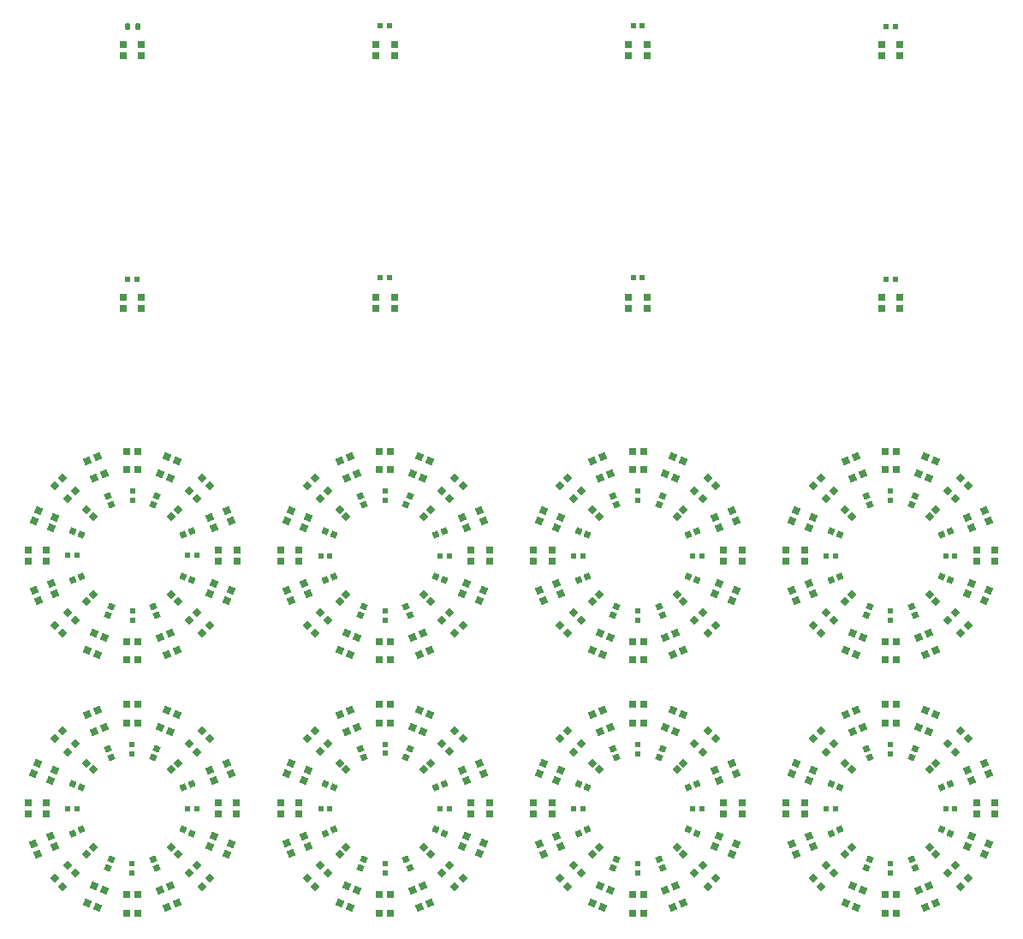
<source format=gbr>
G04 #@! TF.GenerationSoftware,KiCad,Pcbnew,(7.0.0)*
G04 #@! TF.CreationDate,2023-05-19T01:57:06+02:00*
G04 #@! TF.ProjectId,Pad,5061642e-6b69-4636-9164-5f7063625858,rev?*
G04 #@! TF.SameCoordinates,Original*
G04 #@! TF.FileFunction,Paste,Top*
G04 #@! TF.FilePolarity,Positive*
%FSLAX46Y46*%
G04 Gerber Fmt 4.6, Leading zero omitted, Abs format (unit mm)*
G04 Created by KiCad (PCBNEW (7.0.0)) date 2023-05-19 01:57:06*
%MOMM*%
%LPD*%
G01*
G04 APERTURE LIST*
G04 Aperture macros list*
%AMRoundRect*
0 Rectangle with rounded corners*
0 $1 Rounding radius*
0 $2 $3 $4 $5 $6 $7 $8 $9 X,Y pos of 4 corners*
0 Add a 4 corners polygon primitive as box body*
4,1,4,$2,$3,$4,$5,$6,$7,$8,$9,$2,$3,0*
0 Add four circle primitives for the rounded corners*
1,1,$1+$1,$2,$3*
1,1,$1+$1,$4,$5*
1,1,$1+$1,$6,$7*
1,1,$1+$1,$8,$9*
0 Add four rect primitives between the rounded corners*
20,1,$1+$1,$2,$3,$4,$5,0*
20,1,$1+$1,$4,$5,$6,$7,0*
20,1,$1+$1,$6,$7,$8,$9,0*
20,1,$1+$1,$8,$9,$2,$3,0*%
%AMRotRect*
0 Rectangle, with rotation*
0 The origin of the aperture is its center*
0 $1 length*
0 $2 width*
0 $3 Rotation angle, in degrees counterclockwise*
0 Add horizontal line*
21,1,$1,$2,0,0,$3*%
G04 Aperture macros list end*
%ADD10RotRect,0.700000X0.700000X202.500000*%
%ADD11RotRect,0.600000X0.620000X135.000000*%
%ADD12RotRect,0.700000X0.700000X292.500000*%
%ADD13RotRect,0.700000X0.700000X67.500000*%
%ADD14R,0.700000X0.700000*%
%ADD15RotRect,0.700000X0.700000X22.500000*%
%ADD16R,0.620000X0.600000*%
%ADD17R,0.600000X0.620000*%
%ADD18RotRect,0.700000X0.700000X337.500000*%
%ADD19RotRect,0.600000X0.620000X315.000000*%
%ADD20RotRect,0.700000X0.700000X157.500000*%
%ADD21RotRect,0.700000X0.700000X225.000000*%
%ADD22RotRect,0.700000X0.700000X315.000000*%
%ADD23RotRect,0.600000X0.620000X157.500000*%
%ADD24RotRect,0.700000X0.700000X135.000000*%
%ADD25RotRect,0.600000X0.620000X225.000000*%
%ADD26RotRect,0.600000X0.620000X292.500000*%
%ADD27RotRect,0.600000X0.620000X202.500000*%
%ADD28RotRect,0.700000X0.700000X247.500000*%
%ADD29RotRect,0.600000X0.620000X22.500000*%
%ADD30RotRect,0.700000X0.700000X112.500000*%
%ADD31RotRect,0.600000X0.620000X67.500000*%
%ADD32RotRect,0.600000X0.620000X247.500000*%
%ADD33RotRect,0.600000X0.620000X45.000000*%
%ADD34RotRect,0.600000X0.620000X337.500000*%
%ADD35RotRect,0.600000X0.620000X112.500000*%
%ADD36RotRect,0.700000X0.700000X45.000000*%
%ADD37RoundRect,0.140000X-0.140000X-0.170000X0.140000X-0.170000X0.140000X0.170000X-0.140000X0.170000X0*%
G04 APERTURE END LIST*
D10*
X133245112Y-246058756D03*
X132824160Y-245042489D03*
X131133460Y-245742800D03*
X131554412Y-246759067D03*
D11*
X69649649Y-270649649D03*
X68999111Y-269999111D03*
D12*
X145058756Y-239754886D03*
X144042489Y-240175838D03*
X144742800Y-241866538D03*
X145759067Y-241445586D03*
D13*
X94042489Y-258824160D03*
X95058756Y-259245112D03*
X95759067Y-257554412D03*
X94742800Y-257133460D03*
D14*
X88179782Y-248949999D03*
X88179782Y-250049999D03*
X90009782Y-250049999D03*
X90009782Y-248949999D03*
D15*
X88754886Y-277936025D03*
X89175838Y-278952292D03*
X90866538Y-278251981D03*
X90445586Y-277235714D03*
D16*
X73499999Y-269054782D03*
X73499999Y-268134782D03*
D17*
X68054782Y-274499999D03*
X67134782Y-274499999D03*
D18*
X139175838Y-270042489D03*
X138754886Y-271058756D03*
X140445586Y-271759067D03*
X140866538Y-270742800D03*
D19*
X102350349Y-253350349D03*
X103000887Y-254000887D03*
X77363945Y-253341762D03*
X78014483Y-253992300D03*
D14*
X74063595Y-239171195D03*
X72963595Y-239171195D03*
X72963595Y-241001195D03*
X74063595Y-241001195D03*
D16*
X98499999Y-279939999D03*
X98499999Y-280859999D03*
D14*
X74049999Y-264179782D03*
X72949999Y-264179782D03*
X72949999Y-266009782D03*
X74049999Y-266009782D03*
D20*
X82824160Y-278957509D03*
X83245112Y-277941242D03*
X81554412Y-277240931D03*
X81133460Y-278257198D03*
D21*
X156186403Y-242591412D03*
X155408586Y-241813595D03*
X154114581Y-243107600D03*
X154892398Y-243885417D03*
D19*
X152350349Y-253350349D03*
X153000887Y-254000887D03*
D20*
X107824160Y-278952292D03*
X108245112Y-277936025D03*
X106554412Y-277235714D03*
X106133460Y-278251981D03*
D22*
X91591412Y-266808378D03*
X90813595Y-267586195D03*
X92107600Y-268880200D03*
X92885417Y-268102383D03*
D10*
X133245112Y-271058756D03*
X132824160Y-270042489D03*
X131133460Y-270742800D03*
X131554412Y-271759067D03*
D14*
X133820216Y-250049999D03*
X133820216Y-248949999D03*
X131990216Y-248949999D03*
X131990216Y-250049999D03*
D16*
X73499999Y-279945216D03*
X73499999Y-280865216D03*
D15*
X88754886Y-252941242D03*
X89175838Y-253957509D03*
X90866538Y-253257198D03*
X90445586Y-252240931D03*
D22*
X66605008Y-241805008D03*
X65827191Y-242582825D03*
X67121196Y-243876830D03*
X67899013Y-243099013D03*
D23*
X118469275Y-272416204D03*
X117619305Y-272064136D03*
D18*
X64189434Y-245033902D03*
X63768482Y-246050169D03*
X65459182Y-246750480D03*
X65880134Y-245734213D03*
D23*
X68469275Y-272416204D03*
X67619305Y-272064136D03*
D21*
X106186403Y-242591412D03*
X105408586Y-241813595D03*
X104114581Y-243107600D03*
X104892398Y-243885417D03*
D13*
X144042489Y-283824160D03*
X145058756Y-284245112D03*
X145759067Y-282554412D03*
X144742800Y-282133460D03*
D24*
X80422182Y-257177816D03*
X81199999Y-256399999D03*
X79905994Y-255105994D03*
X79128177Y-255883811D03*
D25*
X69649649Y-278350349D03*
X68999111Y-279000887D03*
D16*
X123499999Y-244054782D03*
X123499999Y-243134782D03*
D17*
X103945216Y-249499999D03*
X104865216Y-249499999D03*
D16*
X73513595Y-244046195D03*
X73513595Y-243126195D03*
D26*
X75597390Y-254522136D03*
X75949458Y-255372106D03*
D27*
X68482871Y-251575207D03*
X67632901Y-251927275D03*
D14*
X138179782Y-248949999D03*
X138179782Y-250049999D03*
X140009782Y-250049999D03*
X140009782Y-248949999D03*
D28*
X77957509Y-265175838D03*
X76941242Y-264754886D03*
X76240931Y-266445586D03*
X77257198Y-266866538D03*
D16*
X148499999Y-269054782D03*
X148499999Y-268134782D03*
D29*
X103530723Y-272410987D03*
X104380693Y-272058919D03*
D14*
X158820216Y-275049999D03*
X158820216Y-273949999D03*
X156990216Y-273949999D03*
X156990216Y-275049999D03*
D10*
X83245112Y-271058756D03*
X82824160Y-270042489D03*
X81133460Y-270742800D03*
X81554412Y-271759067D03*
D30*
X101941242Y-259245112D03*
X102957509Y-258824160D03*
X102257198Y-257133460D03*
X101240931Y-257554412D03*
D31*
X100583794Y-269464058D03*
X100935862Y-268614088D03*
D28*
X127957509Y-240175838D03*
X126941242Y-239754886D03*
X126240931Y-241445586D03*
X127257198Y-241866538D03*
D17*
X153945216Y-274499999D03*
X154865216Y-274499999D03*
D28*
X102957509Y-240175838D03*
X101941242Y-239754886D03*
X101240931Y-241445586D03*
X102257198Y-241866538D03*
D32*
X96416204Y-254530723D03*
X96064136Y-255380693D03*
D33*
X77350349Y-270649649D03*
X78000887Y-269999111D03*
D29*
X103530723Y-247416204D03*
X104380693Y-247064136D03*
D34*
X78530723Y-276583794D03*
X79380693Y-276935862D03*
D35*
X71416204Y-269469275D03*
X71064136Y-268619305D03*
X146416204Y-269469275D03*
X146064136Y-268619305D03*
D22*
X66591412Y-266813595D03*
X65813595Y-267591412D03*
X67107600Y-268885417D03*
X67885417Y-268107600D03*
D13*
X69042489Y-283824160D03*
X70058756Y-284245112D03*
X70759067Y-282554412D03*
X69742800Y-282133460D03*
D35*
X121416204Y-244469275D03*
X121064136Y-243619305D03*
D13*
X94042489Y-283818943D03*
X95058756Y-284239895D03*
X95759067Y-282549195D03*
X94742800Y-282128243D03*
D32*
X121416204Y-279530723D03*
X121064136Y-280380693D03*
D26*
X100583794Y-254530723D03*
X100935862Y-255380693D03*
D28*
X102957509Y-265170621D03*
X101941242Y-264749669D03*
X101240931Y-266440369D03*
X102257198Y-266861321D03*
D35*
X146416204Y-244469275D03*
X146064136Y-243619305D03*
D11*
X94649649Y-245649649D03*
X93999111Y-244999111D03*
D16*
X98499999Y-269049565D03*
X98499999Y-268129565D03*
D17*
X78958812Y-249491412D03*
X79878812Y-249491412D03*
D23*
X143469275Y-272416204D03*
X142619305Y-272064136D03*
D16*
X98499999Y-244054782D03*
X98499999Y-243134782D03*
D24*
X155408586Y-257186403D03*
X156186403Y-256408586D03*
X154892398Y-255114581D03*
X154114581Y-255892398D03*
D14*
X72963595Y-259811629D03*
X74063595Y-259811629D03*
X74063595Y-257981629D03*
X72963595Y-257981629D03*
D19*
X127350349Y-253350349D03*
X128000887Y-254000887D03*
D15*
X63768482Y-252932655D03*
X64189434Y-253948922D03*
X65880134Y-253248611D03*
X65459182Y-252232344D03*
D14*
X83820216Y-275049999D03*
X83820216Y-273949999D03*
X81990216Y-273949999D03*
X81990216Y-275049999D03*
D17*
X93054782Y-274494782D03*
X92134782Y-274494782D03*
D31*
X125583794Y-244469275D03*
X125935862Y-243619305D03*
D17*
X78945216Y-274499999D03*
X79865216Y-274499999D03*
D16*
X148499999Y-254945216D03*
X148499999Y-255865216D03*
D27*
X68469275Y-276583794D03*
X67619305Y-276935862D03*
D29*
X153530723Y-272416204D03*
X154380693Y-272064136D03*
D36*
X90813595Y-281403369D03*
X91591412Y-282181186D03*
X92885417Y-280887181D03*
X92107600Y-280109364D03*
D15*
X113754886Y-252941242D03*
X114175838Y-253957509D03*
X115866538Y-253257198D03*
X115445586Y-252240931D03*
D27*
X118469275Y-251583794D03*
X117619305Y-251935862D03*
D11*
X144649649Y-245649649D03*
X143999111Y-244999111D03*
D10*
X158245112Y-246058756D03*
X157824160Y-245042489D03*
X156133460Y-245742800D03*
X156554412Y-246759067D03*
D14*
X99049999Y-264174565D03*
X97949999Y-264174565D03*
X97949999Y-266004565D03*
X99049999Y-266004565D03*
D25*
X119649649Y-253350349D03*
X118999111Y-254000887D03*
D19*
X102350349Y-278345132D03*
X103000887Y-278995670D03*
D14*
X133820216Y-275049999D03*
X133820216Y-273949999D03*
X131990216Y-273949999D03*
X131990216Y-275049999D03*
D24*
X155408586Y-282186403D03*
X156186403Y-281408586D03*
X154892398Y-280114581D03*
X154114581Y-280892398D03*
X130408586Y-282186403D03*
X131186403Y-281408586D03*
X129892398Y-280114581D03*
X129114581Y-280892398D03*
D22*
X116591412Y-241813595D03*
X115813595Y-242591412D03*
X117107600Y-243885417D03*
X117885417Y-243107600D03*
D31*
X150583794Y-244469275D03*
X150935862Y-243619305D03*
D29*
X78544319Y-247407617D03*
X79394289Y-247055549D03*
D13*
X119042489Y-283824160D03*
X120058756Y-284245112D03*
X120759067Y-282554412D03*
X119742800Y-282133460D03*
D18*
X89175838Y-245042489D03*
X88754886Y-246058756D03*
X90445586Y-246759067D03*
X90866538Y-245742800D03*
D33*
X152350349Y-245649649D03*
X153000887Y-244999111D03*
D35*
X96416204Y-244469275D03*
X96064136Y-243619305D03*
D32*
X96416204Y-279525506D03*
X96064136Y-280375476D03*
D19*
X152350349Y-278350349D03*
X153000887Y-279000887D03*
D29*
X128530723Y-272416204D03*
X129380693Y-272064136D03*
D26*
X125583794Y-279530723D03*
X125935862Y-280380693D03*
D17*
X118054782Y-249499999D03*
X117134782Y-249499999D03*
D21*
X156186403Y-267591412D03*
X155408586Y-266813595D03*
X154114581Y-268107600D03*
X154892398Y-268885417D03*
D31*
X100583794Y-244469275D03*
X100935862Y-243619305D03*
D17*
X103945216Y-274494782D03*
X104865216Y-274494782D03*
D14*
X88179782Y-273944782D03*
X88179782Y-275044782D03*
X90009782Y-275044782D03*
X90009782Y-273944782D03*
D29*
X128530723Y-247416204D03*
X129380693Y-247064136D03*
D10*
X108245112Y-271053539D03*
X107824160Y-270037272D03*
X106133460Y-270737583D03*
X106554412Y-271753850D03*
D30*
X76954838Y-259236525D03*
X77971105Y-258815573D03*
X77270794Y-257124873D03*
X76254527Y-257545825D03*
D32*
X71416204Y-279530723D03*
X71064136Y-280380693D03*
D18*
X114175838Y-270042489D03*
X113754886Y-271058756D03*
X115445586Y-271759067D03*
X115866538Y-270742800D03*
D36*
X140813595Y-281408586D03*
X141591412Y-282186403D03*
X142885417Y-280892398D03*
X142107600Y-280114581D03*
D14*
X113179782Y-248949999D03*
X113179782Y-250049999D03*
X115009782Y-250049999D03*
X115009782Y-248949999D03*
D12*
X120058756Y-264754886D03*
X119042489Y-265175838D03*
X119742800Y-266866538D03*
X120759067Y-266445586D03*
D23*
X143469275Y-247416204D03*
X142619305Y-247064136D03*
D14*
X124049999Y-264179782D03*
X122949999Y-264179782D03*
X122949999Y-266009782D03*
X124049999Y-266009782D03*
D17*
X68068378Y-249491412D03*
X67148378Y-249491412D03*
D33*
X77363945Y-245641062D03*
X78014483Y-244990524D03*
D26*
X100583794Y-279525506D03*
X100935862Y-280375476D03*
D16*
X148499999Y-244054782D03*
X148499999Y-243134782D03*
X123499999Y-279945216D03*
X123499999Y-280865216D03*
D14*
X108820216Y-250049999D03*
X108820216Y-248949999D03*
X106990216Y-248949999D03*
X106990216Y-250049999D03*
D20*
X132824160Y-253957509D03*
X133245112Y-252941242D03*
X131554412Y-252240931D03*
X131133460Y-253257198D03*
D15*
X138754886Y-252941242D03*
X139175838Y-253957509D03*
X140866538Y-253257198D03*
X140445586Y-252240931D03*
D18*
X114175838Y-245042489D03*
X113754886Y-246058756D03*
X115445586Y-246759067D03*
X115866538Y-245742800D03*
D31*
X75597390Y-244460688D03*
X75949458Y-243610718D03*
D34*
X128530723Y-276583794D03*
X129380693Y-276935862D03*
D11*
X144649649Y-270649649D03*
X143999111Y-269999111D03*
D15*
X113754886Y-277941242D03*
X114175838Y-278957509D03*
X115866538Y-278257198D03*
X115445586Y-277240931D03*
D33*
X102350349Y-270644432D03*
X103000887Y-269993894D03*
D14*
X124049999Y-239179782D03*
X122949999Y-239179782D03*
X122949999Y-241009782D03*
X124049999Y-241009782D03*
D33*
X152350349Y-270649649D03*
X153000887Y-269999111D03*
D24*
X105408586Y-257186403D03*
X106186403Y-256408586D03*
X104892398Y-255114581D03*
X104114581Y-255892398D03*
D23*
X68482871Y-247407617D03*
X67632901Y-247055549D03*
D20*
X157824160Y-278957509D03*
X158245112Y-277941242D03*
X156554412Y-277240931D03*
X156133460Y-278257198D03*
D23*
X93469275Y-247416204D03*
X92619305Y-247064136D03*
D28*
X127957509Y-265175838D03*
X126941242Y-264754886D03*
X126240931Y-266445586D03*
X127257198Y-266866538D03*
D17*
X128945216Y-249499999D03*
X129865216Y-249499999D03*
X93054782Y-249499999D03*
X92134782Y-249499999D03*
D14*
X83833812Y-250041412D03*
X83833812Y-248941412D03*
X82003812Y-248941412D03*
X82003812Y-250041412D03*
D34*
X153530723Y-276583794D03*
X154380693Y-276935862D03*
D12*
X70058756Y-264754886D03*
X69042489Y-265175838D03*
X69742800Y-266866538D03*
X70759067Y-266445586D03*
X120058756Y-239754886D03*
X119042489Y-240175838D03*
X119742800Y-241866538D03*
X120759067Y-241445586D03*
D14*
X158820216Y-250049999D03*
X158820216Y-248949999D03*
X156990216Y-248949999D03*
X156990216Y-250049999D03*
D18*
X139175838Y-245042489D03*
X138754886Y-246058756D03*
X140445586Y-246759067D03*
X140866538Y-245742800D03*
D26*
X75583794Y-279530723D03*
X75935862Y-280380693D03*
D36*
X115813595Y-256408586D03*
X116591412Y-257186403D03*
X117885417Y-255892398D03*
X117107600Y-255114581D03*
D15*
X138754886Y-277941242D03*
X139175838Y-278957509D03*
X140866538Y-278257198D03*
X140445586Y-277240931D03*
D17*
X153945216Y-249499999D03*
X154865216Y-249499999D03*
D21*
X106186403Y-267586195D03*
X105408586Y-266808378D03*
X104114581Y-268102383D03*
X104892398Y-268880200D03*
D14*
X147949999Y-284820216D03*
X149049999Y-284820216D03*
X149049999Y-282990216D03*
X147949999Y-282990216D03*
D20*
X107824160Y-253957509D03*
X108245112Y-252941242D03*
X106554412Y-252240931D03*
X106133460Y-253257198D03*
D14*
X147949999Y-259820216D03*
X149049999Y-259820216D03*
X149049999Y-257990216D03*
X147949999Y-257990216D03*
D32*
X146416204Y-254530723D03*
X146064136Y-255380693D03*
D14*
X149049999Y-264179782D03*
X147949999Y-264179782D03*
X147949999Y-266009782D03*
X149049999Y-266009782D03*
D23*
X93469275Y-272410987D03*
X92619305Y-272058919D03*
D17*
X118054782Y-274499999D03*
X117134782Y-274499999D03*
D27*
X143469275Y-276583794D03*
X142619305Y-276935862D03*
D21*
X131186403Y-267591412D03*
X130408586Y-266813595D03*
X129114581Y-268107600D03*
X129892398Y-268885417D03*
D14*
X97949999Y-284814999D03*
X99049999Y-284814999D03*
X99049999Y-282984999D03*
X97949999Y-282984999D03*
D36*
X140813595Y-256408586D03*
X141591412Y-257186403D03*
X142885417Y-255892398D03*
X142107600Y-255114581D03*
D32*
X146416204Y-279530723D03*
X146064136Y-280380693D03*
D34*
X103530723Y-276578577D03*
X104380693Y-276930645D03*
D11*
X94649649Y-270644432D03*
X93999111Y-269993894D03*
D25*
X119649649Y-278350349D03*
X118999111Y-279000887D03*
D14*
X138179782Y-273949999D03*
X138179782Y-275049999D03*
X140009782Y-275049999D03*
X140009782Y-273949999D03*
D20*
X132824160Y-278957509D03*
X133245112Y-277941242D03*
X131554412Y-277240931D03*
X131133460Y-278257198D03*
D17*
X143054782Y-274499999D03*
X142134782Y-274499999D03*
D14*
X108820216Y-275044782D03*
X108820216Y-273944782D03*
X106990216Y-273944782D03*
X106990216Y-275044782D03*
D30*
X101941242Y-284239895D03*
X102957509Y-283818943D03*
X102257198Y-282128243D03*
X101240931Y-282549195D03*
X126941242Y-259245112D03*
X127957509Y-258824160D03*
X127257198Y-257133460D03*
X126240931Y-257554412D03*
D21*
X81199999Y-242582825D03*
X80422182Y-241805008D03*
X79128177Y-243099013D03*
X79905994Y-243876830D03*
D22*
X116591412Y-266813595D03*
X115813595Y-267591412D03*
X117107600Y-268885417D03*
X117885417Y-268107600D03*
D11*
X69663245Y-245641062D03*
X69012707Y-244990524D03*
D13*
X119042489Y-258824160D03*
X120058756Y-259245112D03*
X120759067Y-257554412D03*
X119742800Y-257133460D03*
D14*
X113179782Y-273949999D03*
X113179782Y-275049999D03*
X115009782Y-275049999D03*
X115009782Y-273949999D03*
D19*
X127350349Y-278350349D03*
X128000887Y-279000887D03*
D24*
X105408586Y-282181186D03*
X106186403Y-281403369D03*
X104892398Y-280109364D03*
X104114581Y-280887181D03*
D28*
X77971105Y-240167251D03*
X76954838Y-239746299D03*
X76254527Y-241436999D03*
X77270794Y-241857951D03*
D31*
X125583794Y-269469275D03*
X125935862Y-268619305D03*
D30*
X76941242Y-284245112D03*
X77957509Y-283824160D03*
X77257198Y-282133460D03*
X76240931Y-282554412D03*
D21*
X131186403Y-242591412D03*
X130408586Y-241813595D03*
X129114581Y-243107600D03*
X129892398Y-243885417D03*
D17*
X143054782Y-249499999D03*
X142134782Y-249499999D03*
D25*
X94649649Y-253350349D03*
X93999111Y-254000887D03*
D12*
X95058756Y-264749669D03*
X94042489Y-265170621D03*
X94742800Y-266861321D03*
X95759067Y-266440369D03*
D26*
X125583794Y-254530723D03*
X125935862Y-255380693D03*
D25*
X144649649Y-253350349D03*
X143999111Y-254000887D03*
D16*
X123499999Y-254945216D03*
X123499999Y-255865216D03*
D24*
X80408586Y-282186403D03*
X81186403Y-281408586D03*
X79892398Y-280114581D03*
X79114581Y-280892398D03*
D33*
X127350349Y-270649649D03*
X128000887Y-269999111D03*
D23*
X118469275Y-247416204D03*
X117619305Y-247064136D03*
D21*
X81186403Y-267591412D03*
X80408586Y-266813595D03*
X79114581Y-268107600D03*
X79892398Y-268885417D03*
D22*
X141591412Y-241813595D03*
X140813595Y-242591412D03*
X142107600Y-243885417D03*
X142885417Y-243107600D03*
D30*
X126941242Y-284245112D03*
X127957509Y-283824160D03*
X127257198Y-282133460D03*
X126240931Y-282554412D03*
D27*
X93469275Y-276578577D03*
X92619305Y-276930645D03*
D25*
X144649649Y-278350349D03*
X143999111Y-279000887D03*
D30*
X151941242Y-284245112D03*
X152957509Y-283824160D03*
X152257198Y-282133460D03*
X151240931Y-282554412D03*
D18*
X89175838Y-270037272D03*
X88754886Y-271053539D03*
X90445586Y-271753850D03*
X90866538Y-270737583D03*
D35*
X121416204Y-269469275D03*
X121064136Y-268619305D03*
D16*
X123499999Y-269054782D03*
X123499999Y-268134782D03*
D14*
X122949999Y-259820216D03*
X124049999Y-259820216D03*
X124049999Y-257990216D03*
X122949999Y-257990216D03*
D36*
X115813595Y-281408586D03*
X116591412Y-282186403D03*
X117885417Y-280892398D03*
X117107600Y-280114581D03*
D32*
X121416204Y-254530723D03*
X121064136Y-255380693D03*
D34*
X78544319Y-251575207D03*
X79394289Y-251927275D03*
D36*
X65827191Y-256399999D03*
X66605008Y-257177816D03*
X67899013Y-255883811D03*
X67121196Y-255105994D03*
D14*
X63179782Y-273949999D03*
X63179782Y-275049999D03*
X65009782Y-275049999D03*
X65009782Y-273949999D03*
D12*
X145058756Y-264754886D03*
X144042489Y-265175838D03*
X144742800Y-266866538D03*
X145759067Y-266445586D03*
D10*
X108245112Y-246058756D03*
X107824160Y-245042489D03*
X106133460Y-245742800D03*
X106554412Y-246759067D03*
D22*
X141591412Y-266813595D03*
X140813595Y-267591412D03*
X142107600Y-268885417D03*
X142885417Y-268107600D03*
D31*
X150583794Y-269469275D03*
X150935862Y-268619305D03*
D28*
X152957509Y-240175838D03*
X151941242Y-239754886D03*
X151240931Y-241445586D03*
X152257198Y-241866538D03*
D36*
X90813595Y-256408586D03*
X91591412Y-257186403D03*
X92885417Y-255892398D03*
X92107600Y-255114581D03*
X65813595Y-281408586D03*
X66591412Y-282186403D03*
X67885417Y-280892398D03*
X67107600Y-280114581D03*
D14*
X72949999Y-284820216D03*
X74049999Y-284820216D03*
X74049999Y-282990216D03*
X72949999Y-282990216D03*
D35*
X71429800Y-244460688D03*
X71077732Y-243610718D03*
D34*
X153530723Y-251583794D03*
X154380693Y-251935862D03*
D16*
X148499999Y-279945216D03*
X148499999Y-280865216D03*
D12*
X95058756Y-239754886D03*
X94042489Y-240175838D03*
X94742800Y-241866538D03*
X95759067Y-241445586D03*
D35*
X96416204Y-269464058D03*
X96064136Y-268614088D03*
D27*
X93469275Y-251583794D03*
X92619305Y-251935862D03*
D25*
X94649649Y-278345132D03*
X93999111Y-278995670D03*
D33*
X127350349Y-245649649D03*
X128000887Y-244999111D03*
D10*
X158245112Y-271058756D03*
X157824160Y-270042489D03*
X156133460Y-270742800D03*
X156554412Y-271759067D03*
D27*
X118469275Y-276583794D03*
X117619305Y-276935862D03*
D20*
X82837756Y-253948922D03*
X83258708Y-252932655D03*
X81568008Y-252232344D03*
X81147056Y-253248611D03*
D22*
X91591412Y-241813595D03*
X90813595Y-242591412D03*
X92107600Y-243885417D03*
X92885417Y-243107600D03*
D20*
X157824160Y-253957509D03*
X158245112Y-252941242D03*
X156554412Y-252240931D03*
X156133460Y-253257198D03*
D29*
X153530723Y-247416204D03*
X154380693Y-247064136D03*
D14*
X63193378Y-248941412D03*
X63193378Y-250041412D03*
X65023378Y-250041412D03*
X65023378Y-248941412D03*
D15*
X63754886Y-277941242D03*
X64175838Y-278957509D03*
X65866538Y-278257198D03*
X65445586Y-277240931D03*
D17*
X128945216Y-274499999D03*
X129865216Y-274499999D03*
D14*
X149049999Y-239179782D03*
X147949999Y-239179782D03*
X147949999Y-241009782D03*
X149049999Y-241009782D03*
X99049999Y-239179782D03*
X97949999Y-239179782D03*
X97949999Y-241009782D03*
X99049999Y-241009782D03*
D24*
X130408586Y-257186403D03*
X131186403Y-256408586D03*
X129892398Y-255114581D03*
X129114581Y-255892398D03*
D34*
X103530723Y-251583794D03*
X104380693Y-251935862D03*
D30*
X151941242Y-259245112D03*
X152957509Y-258824160D03*
X152257198Y-257133460D03*
X151240931Y-257554412D03*
D13*
X144042489Y-258824160D03*
X145058756Y-259245112D03*
X145759067Y-257554412D03*
X144742800Y-257133460D03*
D32*
X71429800Y-254522136D03*
X71077732Y-255372106D03*
D16*
X98499999Y-254945216D03*
X98499999Y-255865216D03*
D29*
X78530723Y-272416204D03*
X79380693Y-272064136D03*
D26*
X150583794Y-279530723D03*
X150935862Y-280380693D03*
D27*
X143469275Y-251583794D03*
X142619305Y-251935862D03*
D12*
X70072352Y-239746299D03*
X69056085Y-240167251D03*
X69756396Y-241857951D03*
X70772663Y-241436999D03*
D33*
X102350349Y-245649649D03*
X103000887Y-244999111D03*
D14*
X97949999Y-259820216D03*
X99049999Y-259820216D03*
X99049999Y-257990216D03*
X97949999Y-257990216D03*
D13*
X69056085Y-258815573D03*
X70072352Y-259236525D03*
X70772663Y-257545825D03*
X69756396Y-257124873D03*
D11*
X119649649Y-245649649D03*
X118999111Y-244999111D03*
D14*
X122949999Y-284820216D03*
X124049999Y-284820216D03*
X124049999Y-282990216D03*
X122949999Y-282990216D03*
D19*
X77350349Y-278350349D03*
X78000887Y-279000887D03*
D25*
X69663245Y-253341762D03*
X69012707Y-253992300D03*
D31*
X75583794Y-269469275D03*
X75935862Y-268619305D03*
D34*
X128530723Y-251583794D03*
X129380693Y-251935862D03*
D18*
X64175838Y-270042489D03*
X63754886Y-271058756D03*
X65445586Y-271759067D03*
X65866538Y-270742800D03*
D26*
X150583794Y-254530723D03*
X150935862Y-255380693D03*
D10*
X83258708Y-246050169D03*
X82837756Y-245033902D03*
X81147056Y-245734213D03*
X81568008Y-246750480D03*
D28*
X152957509Y-265175838D03*
X151941242Y-264754886D03*
X151240931Y-266445586D03*
X152257198Y-266866538D03*
D16*
X73513595Y-254936629D03*
X73513595Y-255856629D03*
D11*
X119649649Y-270649649D03*
X118999111Y-269999111D03*
D37*
X74020000Y-197200000D03*
X73060000Y-197200000D03*
D14*
X97584999Y-198949999D03*
X97584999Y-200049999D03*
X99414999Y-200049999D03*
X99414999Y-198949999D03*
D17*
X98039999Y-197099999D03*
X98959999Y-197099999D03*
D14*
X97584999Y-223949999D03*
X97584999Y-225049999D03*
X99414999Y-225049999D03*
X99414999Y-223949999D03*
D17*
X148039999Y-197199999D03*
X148959999Y-197199999D03*
X73039999Y-222199999D03*
X73959999Y-222199999D03*
D14*
X122584999Y-198949999D03*
X122584999Y-200049999D03*
X124414999Y-200049999D03*
X124414999Y-198949999D03*
D17*
X123039999Y-221999999D03*
X123959999Y-221999999D03*
X98039999Y-221999999D03*
X98959999Y-221999999D03*
D14*
X72584999Y-198949999D03*
X72584999Y-200049999D03*
X74414999Y-200049999D03*
X74414999Y-198949999D03*
X147584999Y-223949999D03*
X147584999Y-225049999D03*
X149414999Y-225049999D03*
X149414999Y-223949999D03*
X122584999Y-223949999D03*
X122584999Y-225049999D03*
X124414999Y-225049999D03*
X124414999Y-223949999D03*
X147584999Y-198949999D03*
X147584999Y-200049999D03*
X149414999Y-200049999D03*
X149414999Y-198949999D03*
D17*
X148039999Y-222199999D03*
X148959999Y-222199999D03*
X123039999Y-197099999D03*
X123959999Y-197099999D03*
D14*
X72584999Y-223949999D03*
X72584999Y-225049999D03*
X74414999Y-225049999D03*
X74414999Y-223949999D03*
M02*

</source>
